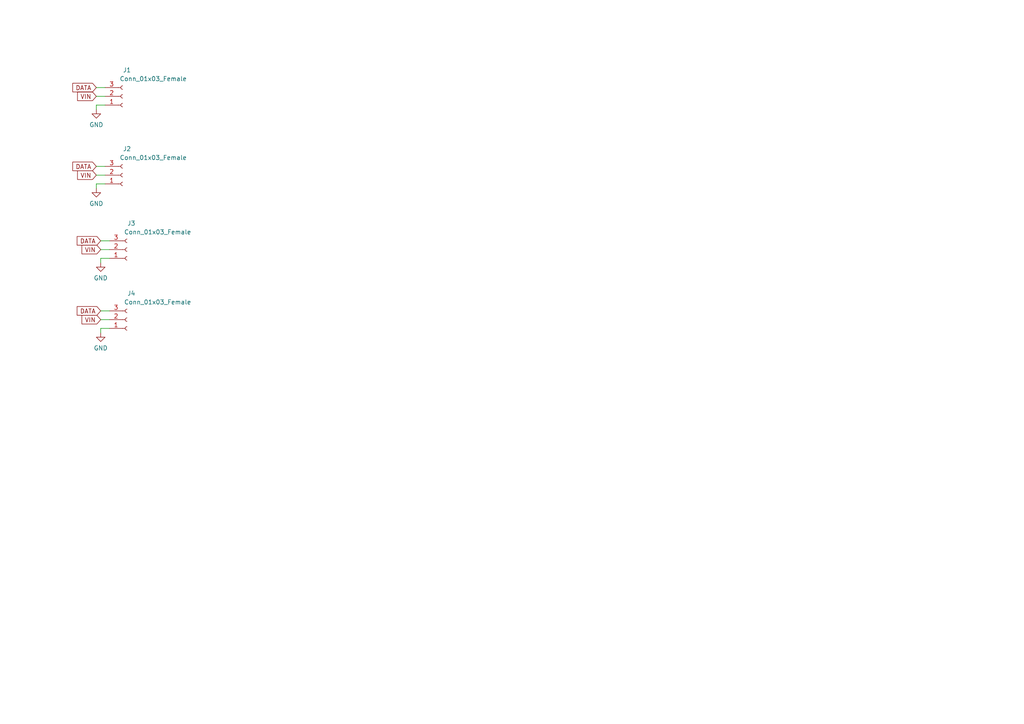
<source format=kicad_sch>
(kicad_sch (version 20230121) (generator eeschema)
  (paper "A4")
  (lib_symbols
    (symbol "Connector:Conn_01x03_Female" (pin_names (offset 1.016) hide)
      (property "Reference" "J" (at 0 5.08 0))
      (property "Value" "Conn_01x03_Female" (at 0 -5.08 0))
      (symbol "Conn_01x03_Female_1_1"
        (arc (start 0 -2.032) (mid -0.5058 -2.54) (end 0 -3.048) (stroke (width 0.1524)))
        (polyline (pts (xy -1.27 -2.54) (xy -0.508 -2.54)) (stroke (width 0.1524)))
        (polyline (pts (xy -1.27 0) (xy -0.508 0)) (stroke (width 0.1524)))
        (polyline (pts (xy -1.27 2.54) (xy -0.508 2.54)) (stroke (width 0.1524)))
        (arc (start 0 0.508) (mid -0.5058 0) (end 0 -0.508) (stroke (width 0.1524)))
        (arc (start 0 3.048) (mid -0.5058 2.54) (end 0 2.032) (stroke (width 0.1524)))
        (pin passive line (at -5.08 2.54 0) (length 3.81) (name "Pin_1") (number "1"))
        (pin passive line (at -5.08 0 0) (length 3.81) (name "Pin_2") (number "2"))
        (pin passive line (at -5.08 -2.54 0) (length 3.81) (name "Pin_3") (number "3"))
      )
    )
    (symbol "power:GND" (power) (pin_names (offset 0))
      (property "Value" "GND" (at 0 -3.81 0))
      (symbol "GND_0_1"
        (polyline (pts (xy 0 0) (xy 0 -1.27) (xy 1.27 -1.27) (xy 0 -2.54) (xy -1.27 -1.27) (xy 0 -1.27)))
      )
      (symbol "GND_1_1"
        (pin power_in line (at 0 0 270) (length 0) hide (name "GND") (number "1"))
      )
    )
  )
  (wire (pts (xy 27.94 27.94) (xy 30.48 27.94)))
  (wire (pts (xy 31.75 90.17) (xy 29.21 90.17)))
  (wire (pts (xy 30.48 53.34) (xy 27.94 53.34)))
  (wire (pts (xy 31.75 69.85) (xy 29.21 69.85)))
  (wire (pts (xy 27.94 30.48) (xy 27.94 31.75)))
  (wire (pts (xy 30.48 30.48) (xy 27.94 30.48)))
  (wire (pts (xy 30.48 48.26) (xy 27.94 48.26)))
  (wire (pts (xy 27.94 50.8) (xy 30.48 50.8)))
  (wire (pts (xy 29.21 72.39) (xy 31.75 72.39)))
  (wire (pts (xy 31.75 74.93) (xy 29.21 74.93)))
  (wire (pts (xy 31.75 95.25) (xy 29.21 95.25)))
  (wire (pts (xy 29.21 92.71) (xy 31.75 92.71)))
  (wire (pts (xy 29.21 95.25) (xy 29.21 96.52)))
  (wire (pts (xy 29.21 74.93) (xy 29.21 76.2)))
  (wire (pts (xy 27.94 53.34) (xy 27.94 54.61)))
  (wire (pts (xy 30.48 25.4) (xy 27.94 25.4)))
  (global_label "DATA" (shape input) (at 29.21 69.85 180) (property "Intersheetrefs" "${INTERSHEET_REFS}" (effects hide)))
  (global_label "DATA" (shape input) (at 27.94 25.4 180) (property "Intersheetrefs" "${INTERSHEET_REFS}" (effects hide)))
  (global_label "DATA" (shape input) (at 29.21 90.17 180) (property "Intersheetrefs" "${INTERSHEET_REFS}" (effects hide)))
  (global_label "VIN" (shape input) (at 29.21 92.71 180) (property "Intersheetrefs" "${INTERSHEET_REFS}" (effects hide)))
  (global_label "VIN" (shape input) (at 27.94 50.8 180) (property "Intersheetrefs" "${INTERSHEET_REFS}" (effects hide)))
  (global_label "VIN" (shape input) (at 27.94 27.94 180) (property "Intersheetrefs" "${INTERSHEET_REFS}" (effects hide)))
  (global_label "DATA" (shape input) (at 27.94 48.26 180) (property "Intersheetrefs" "${INTERSHEET_REFS}" (effects hide)))
  (global_label "VIN" (shape input) (at 29.21 72.39 180) (property "Intersheetrefs" "${INTERSHEET_REFS}" (effects hide)))
  (symbol (lib_id "power:GND") (at 27.94 54.61 0) (unit 1)
    (property "Reference" "#PWR02" (effects hide))
    (property "Value" "GND" (at 27.94 59.0534 0))
  )
  (symbol (lib_id "power:GND") (at 29.21 76.2 0) (unit 1)
    (property "Reference" "#PWR03" (effects hide))
    (property "Value" "GND" (at 29.21 80.6434 0))
  )
  (symbol (lib_id "Connector:Conn_01x03_Female") (at 35.56 50.8 0) (mirror x) (unit 1)
    (property "Reference" "J2" (at 36.83 43.18 0))
    (property "Value" "Conn_01x03_Female" (at 44.45 45.72 0))
    (property "Footprint" "Connector_JST:JST_PH_S3B-PH-K_1x03_P2.00mm_Horizontal" (effects hide))
  )
  (symbol (lib_id "Connector:Conn_01x03_Female") (at 36.83 72.39 0) (mirror x) (unit 1)
    (property "Reference" "J3" (at 38.1 64.77 0))
    (property "Value" "Conn_01x03_Female" (at 45.72 67.31 0))
    (property "Footprint" "Connector_JST:JST_PH_S3B-PH-K_1x03_P2.00mm_Horizontal" (effects hide))
  )
  (symbol (lib_id "power:GND") (at 29.21 96.52 0) (unit 1)
    (property "Reference" "#PWR04" (effects hide))
    (property "Value" "GND" (at 29.21 100.9634 0))
  )
  (symbol (lib_id "Connector:Conn_01x03_Female") (at 35.56 27.94 0) (mirror x) (unit 1)
    (property "Reference" "J1" (at 36.83 20.32 0))
    (property "Value" "Conn_01x03_Female" (at 44.45 22.86 0))
    (property "Footprint" "Connector_PinHeader_2.54mm:PinHeader_1x03_P2.54mm_Vertical" (effects hide))
  )
  (symbol (lib_id "power:GND") (at 27.94 31.75 0) (unit 1)
    (property "Reference" "#PWR01" (effects hide))
    (property "Value" "GND" (at 27.94 36.1934 0))
  )
  (symbol (lib_id "Connector:Conn_01x03_Female") (at 36.83 92.71 0) (mirror x) (unit 1)
    (property "Reference" "J4" (at 38.1 85.09 0))
    (property "Value" "Conn_01x03_Female" (at 45.72 87.63 0))
    (property "Footprint" "Connector_JST:JST_PH_S3B-PH-K_1x03_P2.00mm_Horizontal" (effects hide))
  )
)
</source>
